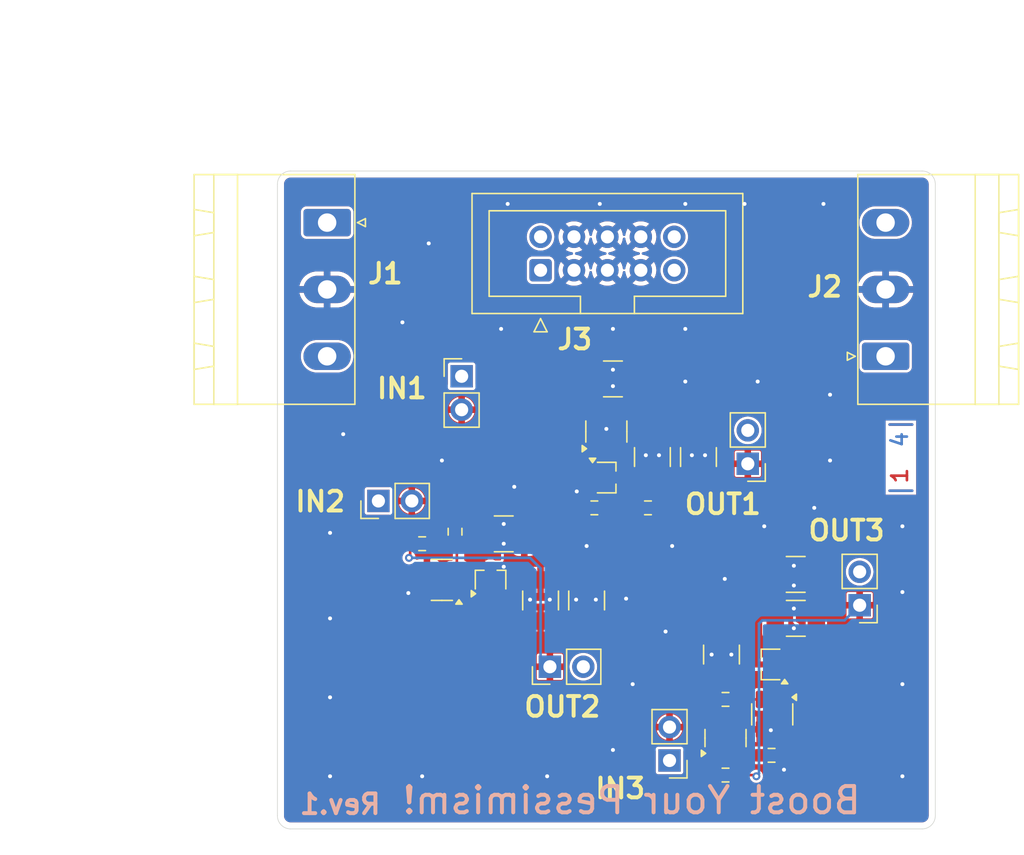
<source format=kicad_pcb>
(kicad_pcb
	(version 20240108)
	(generator "pcbnew")
	(generator_version "8.0")
	(general
		(thickness 1.6)
		(legacy_teardrops no)
	)
	(paper "A4")
	(layers
		(0 "F.Cu" signal)
		(1 "In1.Cu" signal)
		(2 "In2.Cu" signal)
		(31 "B.Cu" signal)
		(32 "B.Adhes" user "B.Adhesive")
		(33 "F.Adhes" user "F.Adhesive")
		(34 "B.Paste" user)
		(35 "F.Paste" user)
		(36 "B.SilkS" user "B.Silkscreen")
		(37 "F.SilkS" user "F.Silkscreen")
		(38 "B.Mask" user)
		(39 "F.Mask" user)
		(40 "Dwgs.User" user "User.Drawings")
		(41 "Cmts.User" user "User.Comments")
		(42 "Eco1.User" user "User.Eco1")
		(43 "Eco2.User" user "User.Eco2")
		(44 "Edge.Cuts" user)
		(45 "Margin" user)
		(46 "B.CrtYd" user "B.Courtyard")
		(47 "F.CrtYd" user "F.Courtyard")
		(48 "B.Fab" user)
		(49 "F.Fab" user)
		(50 "User.1" user)
		(51 "User.2" user)
		(52 "User.3" user)
		(53 "User.4" user)
		(54 "User.5" user)
		(55 "User.6" user)
		(56 "User.7" user)
		(57 "User.8" user)
		(58 "User.9" user)
	)
	(setup
		(stackup
			(layer "F.SilkS"
				(type "Top Silk Screen")
			)
			(layer "F.Paste"
				(type "Top Solder Paste")
			)
			(layer "F.Mask"
				(type "Top Solder Mask")
				(thickness 0.01)
			)
			(layer "F.Cu"
				(type "copper")
				(thickness 0.035)
			)
			(layer "dielectric 1"
				(type "prepreg")
				(thickness 0.1)
				(material "FR4")
				(epsilon_r 4.5)
				(loss_tangent 0.02)
			)
			(layer "In1.Cu"
				(type "copper")
				(thickness 0.035)
			)
			(layer "dielectric 2"
				(type "core")
				(thickness 1.24)
				(material "FR4")
				(epsilon_r 4.5)
				(loss_tangent 0.02)
			)
			(layer "In2.Cu"
				(type "copper")
				(thickness 0.035)
			)
			(layer "dielectric 3"
				(type "prepreg")
				(thickness 0.1)
				(material "FR4")
				(epsilon_r 4.5)
				(loss_tangent 0.02)
			)
			(layer "B.Cu"
				(type "copper")
				(thickness 0.035)
			)
			(layer "B.Mask"
				(type "Bottom Solder Mask")
				(thickness 0.01)
			)
			(layer "B.Paste"
				(type "Bottom Solder Paste")
			)
			(layer "B.SilkS"
				(type "Bottom Silk Screen")
			)
			(copper_finish "None")
			(dielectric_constraints no)
		)
		(pad_to_mask_clearance 0.05)
		(solder_mask_min_width 0.1)
		(allow_soldermask_bridges_in_footprints no)
		(grid_origin 75 100)
		(pcbplotparams
			(layerselection 0x00610f0_ffffffff)
			(plot_on_all_layers_selection 0x0000000_00000000)
			(disableapertmacros no)
			(usegerberextensions no)
			(usegerberattributes yes)
			(usegerberadvancedattributes yes)
			(creategerberjobfile yes)
			(dashed_line_dash_ratio 12.000000)
			(dashed_line_gap_ratio 3.000000)
			(svgprecision 4)
			(plotframeref no)
			(viasonmask yes)
			(mode 1)
			(useauxorigin no)
			(hpglpennumber 1)
			(hpglpenspeed 20)
			(hpglpendiameter 15.000000)
			(pdf_front_fp_property_popups yes)
			(pdf_back_fp_property_popups yes)
			(dxfpolygonmode yes)
			(dxfimperialunits yes)
			(dxfusepcbnewfont yes)
			(psnegative no)
			(psa4output no)
			(plotreference yes)
			(plotvalue yes)
			(plotfptext yes)
			(plotinvisibletext no)
			(sketchpadsonfab no)
			(subtractmaskfromsilk no)
			(outputformat 1)
			(mirror no)
			(drillshape 0)
			(scaleselection 1)
			(outputdirectory "production files/")
		)
	)
	(net 0 "")
	(net 1 "/In1")
	(net 2 "GND")
	(net 3 "/OUT1")
	(net 4 "/IN2")
	(net 5 "/OUT2")
	(net 6 "/IN3")
	(net 7 "/OUT3")
	(net 8 "/SW1")
	(net 9 "unconnected-(D1-NC-Pad2)")
	(net 10 "/SW2")
	(net 11 "unconnected-(D2-NC-Pad2)")
	(net 12 "/SW3")
	(net 13 "unconnected-(D3-NC-Pad2)")
	(net 14 "/V-in")
	(net 15 "/V+in")
	(net 16 "Net-(J2-Pin_1)")
	(net 17 "Net-(J2-Pin_3)")
	(net 18 "/FB3")
	(net 19 "/FB_HIGH3")
	(net 20 "/FB1")
	(net 21 "/FB2")
	(net 22 "Net-(Q1-B)")
	(footprint "byp-lib:BWVS00606045" (layer "F.Cu") (at 94.5 68.65 -90))
	(footprint "Capacitor_SMD:C_1210_3225Metric_Pad1.33x2.70mm_HandSolder" (layer "F.Cu") (at 107 71.7375 90))
	(footprint "Resistor_SMD:R_0603_1608Metric_Pad0.98x0.95mm_HandSolder" (layer "F.Cu") (at 88.5 77.4125 90))
	(footprint "Resistor_SMD:R_0603_1608Metric_Pad0.98x0.95mm_HandSolder" (layer "F.Cu") (at 86 78.325))
	(footprint "Connector_PinHeader_2.54mm:PinHeader_1x02_P2.54mm_Vertical" (layer "F.Cu") (at 82.675 75.075 90))
	(footprint "Connector_PinHeader_2.54mm:PinHeader_1x02_P2.54mm_Vertical" (layer "F.Cu") (at 110.75 72.25 180))
	(footprint "byp-lib:BWVS00606045" (layer "F.Cu") (at 117.75 89 90))
	(footprint "Package_TO_SOT_SMD:SOT-23-5" (layer "F.Cu") (at 100 69.8 90))
	(footprint "Connector_PinHeader_2.54mm:PinHeader_1x02_P2.54mm_Vertical" (layer "F.Cu") (at 89 65.6))
	(footprint "Resistor_SMD:R_0603_1608Metric_Pad0.98x0.95mm_HandSolder" (layer "F.Cu") (at 99.0875 75.6 180))
	(footprint "Package_TO_SOT_SMD:SOT-323_SC-70" (layer "F.Cu") (at 100 73.3))
	(footprint "Capacitor_SMD:C_1210_3225Metric_Pad1.33x2.70mm_HandSolder" (layer "F.Cu") (at 95 82.6375 -90))
	(footprint "Capacitor_SMD:C_1210_3225Metric_Pad1.33x2.70mm_HandSolder" (layer "F.Cu") (at 103.5 71.7375 90))
	(footprint "Capacitor_SMD:C_1210_3225Metric_Pad1.33x2.70mm_HandSolder" (layer "F.Cu") (at 100.5 65.8))
	(footprint "Resistor_SMD:R_0603_1608Metric_Pad0.98x0.95mm_HandSolder" (layer "F.Cu") (at 112.556277 94.407939 180))
	(footprint "Connector_Phoenix_MSTB:PhoenixContact_MSTBA_2,5_3-G-5,08_1x03_P5.08mm_Horizontal" (layer "F.Cu") (at 78.7775 53.92 -90))
	(footprint "Connector_IDC:IDC-Header_2x05_P2.54mm_Vertical" (layer "F.Cu") (at 95 57.54 90))
	(footprint "Resistor_SMD:R_0603_1608Metric_Pad0.98x0.95mm_HandSolder" (layer "F.Cu") (at 109.056277 95.907939 180))
	(footprint "Resistor_SMD:R_0603_1608Metric_Pad0.98x0.95mm_HandSolder" (layer "F.Cu") (at 109.056277 90.157939 180))
	(footprint "byp-lib:BWVS00606045" (layer "F.Cu") (at 90 86.325))
	(footprint "Package_TO_SOT_SMD:SOT-323_SC-70" (layer "F.Cu") (at 91.2 81.075 90))
	(footprint "Capacitor_SMD:C_1210_3225Metric_Pad1.33x2.70mm_HandSolder" (layer "F.Cu") (at 114.397738 83.997744))
	(footprint "Connector_PinHeader_2.54mm:PinHeader_1x02_P2.54mm_Vertical" (layer "F.Cu") (at 119.25 83 180))
	(footprint "Connector_PinHeader_2.54mm:PinHeader_1x02_P2.54mm_Vertical" (layer "F.Cu") (at 95.71 87.675 90))
	(footprint "Capacitor_SMD:C_1210_3225Metric_Pad1.33x2.70mm_HandSolder" (layer "F.Cu") (at 98.5 82.6375 -90))
	(footprint "Capacitor_SMD:C_1210_3225Metric_Pad1.33x2.70mm_HandSolder" (layer "F.Cu") (at 108.75 86.75 -90))
	(footprint "Package_TO_SOT_SMD:SOT-23-5" (layer "F.Cu") (at 112.606277 91.295439 -90))
	(footprint "Resistor_SMD:R_0603_1608Metric_Pad0.98x0.95mm_HandSolder" (layer "F.Cu") (at 103.1625 75.6 180))
	(footprint "Capacitor_SMD:C_1210_3225Metric_Pad1.33x2.70mm_HandSolder" (layer "F.Cu") (at 114.390361 80.65856))
	(footprint "Connector_PinHeader_2.54mm:PinHeader_1x02_P2.54mm_Vertical" (layer "F.Cu") (at 104.8 94.8 180))
	(footprint "Package_TO_SOT_SMD:SOT-323_SC-70" (layer "F.Cu") (at 112.5 87.5 180))
	(footprint "Connector_Phoenix_MSTB:PhoenixContact_MSTBA_2,5_3-G-5,08_1x03_P5.08mm_Horizontal" (layer "F.Cu") (at 121.2225 64.08 90))
	(footprint "Package_TO_SOT_SMD:SOT-23-5" (layer "F.Cu") (at 87.5 81.075 180))
	(footprint "Package_TO_SOT_SMD:SOT-23" (layer "F.Cu") (at 109.056277 93.095439 90))
	(footprint "Capacitor_SMD:C_1210_3225Metric_Pad1.33x2.70mm_HandSolder" (layer "F.Cu") (at 92.2 77.575 180))
	(gr_rect
		(start 121.2 68.8)
		(end 123.6 74.8)
		(stroke
			(width 0.1)
			(type solid)
		)
		(fill solid)
		(layer "B.Mask")
		(uuid "74b81c7b-392f-4591-9ac9-ff8042191a2e")
	)
	(gr_rect
		(start 117.8 68.4)
		(end 120.2 74.6)
		(stroke
			(width 0.1)
			(type solid)
		)
		(fill solid)
		(layer "F.Mask")
		(uuid "a1599605-42f2-4aca-827e-9d422b1d04a8")
	)
	(gr_rect
		(start 121.2 68.8)
		(end 123.6 74.8)
		(stroke
			(width 0.1)
			(type solid)
		)
		(fill solid)
		(layer "F.Mask")
		(uuid "da6aefcd-adfb-4e70-bd1a-5f2e5b273915")
	)
	(gr_line
		(start 76 50)
		(end 124 50)
		(locked yes)
		(stroke
			(width 0.05)
			(type default)
		)
		(layer "Edge.Cuts")
		(uuid "27b510a8-5a35-4780-8bc6-0b8039ab2269")
	)
	(gr_arc
		(start 76 100)
		(mid 75.292893 99.707107)
		(end 75 99)
		(locked yes)
		(stroke
			(width 0.05)
			(type default)
		)
		(layer "Edge.Cuts")
		(uuid "2926550a-ab36-46a6-bddb-5e59f77f1bf1")
	)
	(gr_arc
		(start 75 51)
		(mid 75.292893 50.292893)
		(end 76 50)
		(locked yes)
		(stroke
			(width 0.05)
			(type default)
		)
		(layer "Edge.Cuts")
		(uuid "5b5dcc8f-3819-4e93-87d8-14422b7cf966")
	)
	(gr_arc
		(start 125 99)
		(mid 124.707107 99.707107)
		(end 124 100)
		(locked yes)
		(stroke
			(width 0.05)
			(type default)
		)
		(layer "Edge.Cuts")
		(uuid "60652fe9-3ec5-4681-b5d4-9d936a8aba08")
	)
	(gr_line
		(start 124 100)
		(end 76 100)
		(locked yes)
		(stroke
			(width 0.05)
			(type default)
		)
		(layer "Edge.Cuts")
		(uuid "6f83613d-5d6b-42d5-a90c-c233a12c673f")
	)
	(gr_line
		(start 125 51)
		(end 125 99)
		(locked yes)
		(stroke
			(width 0.05)
			(type default)
		)
		(layer "Edge.Cuts")
		(uuid "9082957f-ff40-415d-ba12-b4a99302cab9")
	)
	(gr_arc
		(start 124 50)
		(mid 124.707107 50.292893)
		(end 125 51)
		(locked yes)
		(stroke
			(width 0.05)
			(type default)
		)
		(layer "Edge.Cuts")
		(uuid "a77b9d8a-1c74-4184-b386-c1f84ffeaadd")
	)
	(gr_line
		(start 75 99)
		(end 75 51)
		(locked yes)
		(stroke
			(width 0.05)
			(type default)
		)
		(layer "Edge.Cuts")
		(uuid "afb774ac-91d4-4857-aba4-924b0fe488f6")
	)
	(gr_text "Rev.1"
		(at 118.2 74.8 90)
		(layer "F.Cu")
		(uuid "34795133-8f9e-4fa2-ac97-7188bf3d8d95")
		(effects
			(font
				(size 1.5 1.5)
				(thickness 0.3)
				(bold yes)
			)
			(justify left top)
		)
	)
	(gr_text "|1   |"
		(at 123 75 90)
		(layer "F.Cu")
		(uuid "cb5426c8-e7d6-494d-9d19-a09b11f995cf")
		(effects
			(font
				(size 1.2 1.2)
				(thickness 0.2)
				(bold yes)
			)
			(justify left bottom)
		)
	)
	(gr_text "| 2  |"
		(at 123 75 90)
		(layer "In1.Cu")
		(uuid "dee87f40-bea2-467a-89c5-ed7028e8e8d9")
		(effects
			(font
				(size 1.2 1.2)
				(thickness 0.2)
				(bold yes)
			)
			(justify left bottom)
		)
	)
	(gr_text "|  3 |"
		(at 123 75 90)
		(layer "In2.Cu")
		(uuid "0357b60c-de70-4660-b1e1-29a970744299")
		(effects
			(font
				(size 1.2 1.2)
				(thickness 0.2)
				(bold yes)
			)
			(justify left bottom)
		)
	)
	(gr_text "|   4|"
		(at 123 75 90)
		(layer "B.Cu")
		(uuid "4c53279d-36a2-4dc8-8719-e0ac5daae19e")
		(effects
			(font
				(size 1.2 1.2)
				(thickness 0.2)
				(bold yes)
			)
			(justify left bottom)
		)
	)
	(gr_text "Boost Your Pessimism!"
		(at 119.5 99 0)
		(layer "B.SilkS")
		(uuid "8dfc1b2a-ea6e-4530-ac98-14f690387325")
		(effects
			(font
				(size 2 2)
				(thickness 0.3)
			)
			(justify left bottom mirror)
		)
	)
	(gr_text "Rev.1"
		(at 83 99 0)
		(layer "B.SilkS")
		(uuid "c9dbd26a-1e59-4265-bd91-5ce0c75acaeb")
		(effects
			(font
				(size 1.5 1.5)
				(thickness 0.3)
				(bold yes)
			)
			(justify left bottom mirror)
		)
	)
	(gr_text "OUT3"
		(at 115.2 78.2 0)
		(layer "F.SilkS")
		(uuid "4b706137-22a1-4104-8c69-32ebd60ad95e")
		(effects
			(font
				(size 1.5 1.5)
				(thickness 0.3)
				(bold yes)
			)
			(justify left bottom)
		)
	)
	(gr_text "IN3"
		(at 99 97.8 0)
		(layer "F.SilkS")
		(uuid "5b5bdbcd-f6bf-4fde-b47b-26193c401ac2")
		(effects
			(font
				(size 1.5 1.5)
				(thickness 0.3)
				(bold yes)
			)
			(justify left bottom)
		)
	)
	(gr_text "OUT2"
		(at 93.6 91.6 0)
		(layer "F.SilkS")
		(uuid "8d0447d5-7b9e-48ab-b874-7c0055c36447")
		(effects
			(font
				(size 1.5 1.5)
				(thickness 0.3)
				(bold yes)
			)
			(justify left bottom)
		)
	)
	(gr_text "OUT1"
		(at 105.8 76.2 0)
		(layer "F.SilkS")
		(uuid "916508c6-cd1f-47c2-9ff5-ca1737bbeba4")
		(effects
			(font
				(size 1.5 1.5)
				(thickness 0.3)
				(bold yes)
			)
			(justify left bottom)
		)
	)
	(gr_text "IN1"
		(at 82.4 67.4 0)
		(layer "F.SilkS")
		(uuid "95d85893-a564-45f3-b450-dadff4fc08ef")
		(effects
			(font
				(size 1.5 1.5)
				(thickness 0.3)
				(bold yes)
			)
			(justify left bottom)
		)
	)
	(gr_text "IN2"
		(at 76.2 76 0)
		(layer "F.SilkS")
		(uuid "fa8dedd9-8aa9-4fbd-9525-2ba779cded53")
		(effects
			(font
				(size 1.5 1.5)
				(thickness 0.3)
				(bold yes)
			)
			(justify left bottom)
		)
	)
	(dimension
		(type aligned)
		(layer "User.1")
		(uuid "5e510d19-2a38-4c76-876d-d8602ff733f6")
		(pts
			(xy 76 50) (xy 76 100)
		)
		(height 15.999999)
		(gr_text "50,0000 mm"
			(at 58.850001 75 90)
			(layer "User.1")
			(uuid "5e510d19-2a38-4c76-876d-d8602ff733f6")
			(effects
				(font
					(size 1 1)
					(thickness 0.15)
				)
			)
		)
		(format
			(prefix "")
			(suffix "")
			(units 3)
			(units_format 1)
			(precision 4)
		)
		(style
			(thickness 0.1)
			(arrow_length 1.27)
			(text_position_mode 0)
			(extension_height 0.58642)
			(extension_offset 0.5) keep_text_aligned)
	)
	(dimension
		(type aligned)
		(layer "User.1")
		(uuid "fbf8a477-3c67-4cc4-ac07-ed7cdf9404f7")
		(pts
			(xy 75 51) (xy 125 51)
		)
		(height -12)
		(gr_text "50,0000 mm"
			(at 100 37.85 0)
			(layer "User.1")
			(uuid "fbf8a477-3c67-4cc4-ac07-ed7cdf9404f7")
			(effects
				(font
					(size 1 1)
					(thickness 0.15)
				)
			)
		)
		(format
			(prefix "")
			(suffix "")
			(units 3)
			(units_format 1)
			(precision 4)
		)
		(style
			(thickness 0.1)
			(arrow_length 1.27)
			(text_position_mode 0)
			(extension_height 0.58642)
			(extension_offset 0.5) keep_text_aligned)
	)
	(via
		(at 117 67)
		(size 0.6)
		(drill 0.3)
		(layers "F.Cu" "B.Cu")
		(free yes)
		(net 2)
		(uuid "0046ec1b-35ea-45b9-9958-7a8a38b485ff")
	)
	(via
		(at 99.5 52.5)
		(size 0.6)
		(drill 0.3)
		(layers "F.Cu" "B.Cu")
		(free yes)
		(net 2)
		(uuid "007b6a34-be7c-4a92-9c18-be8a90c15c83")
	)
	(via
		(at 100 69.6)
		(size 0.6)
		(drill 0.3)
		(layers "F.Cu" "B.Cu")
		(free yes)
		(net 2)
		(uuid "0095b25f-2895-4cc0-ba0d-7b10b331230c")
	)
	(via
		(at 109.5 86.75)
		(size 0.6)
		(drill 0.3)
		(layers "F.Cu" "B.Cu")
		(free yes)
		(net 2)
		(uuid "03d83c65-dcaa-43cb-9f39-6c6f5234d73e")
	)
	(via
		(at 100.5 66.35)
		(size 0.6)
		(drill 0.3)
		(layers "F.Cu" "B.Cu")
		(free yes)
		(net 2)
		(uuid "09e2d163-8f6a-4251-a8d7-5e7728fe9577")
	)
	(via
		(at 86.5 55.5)
		(size 0.6)
		(drill 0.3)
		(layers "F.Cu" "B.Cu")
		(free yes)
		(net 2)
		(uuid "0e739bd8-8cad-40cb-a13f-7159ff3627a3")
	)
	(via
		(at 97.7 82.575)
		(size 0.6)
		(drill 0.3)
		(layers "F.Cu" "B.Cu")
		(free yes)
		(net 2)
		(uuid "0efb9ed1-9d18-4c9a-9572-43e9211e975a")
	)
	(via
		(at 93 74)
		(size 0.6)
		(drill 0.3)
		(layers "F.Cu" "B.Cu")
		(free yes)
		(net 2)
		(uuid "124b8cb7-1cc5-4b2e-b97c-50b9dd9b5a13")
	)
	(via
		(at 92.2 78.325)
		(size 0.6)
		(drill 0.3)
		(layers "F.Cu" "B.Cu")
		(free yes)
		(net 2)
		(uuid "150956eb-dc22-4b31-9dfa-a1bff185759d")
	)
	(via
		(at 122.5 89)
		(size 0.6)
		(drill 0.3)
		(layers "F.Cu" "B.Cu")
		(free yes)
		(net 2)
		(uuid "177ab206-9bcc-4875-a850-5ccd29476103")
	)
	(via
		(at 122.5 82)
		(size 0.6)
		(drill 0.3)
		(layers "F.Cu" "B.Cu")
		(free yes)
		(net 2)
		(uuid "1bc17d5c-12b0-40fe-b0ab-2a4112d8fa1c")
	)
	(via
		(at 99.2 82.575)
		(size 0.6)
		(drill 0.3)
		(layers "F.Cu" "B.Cu")
		(free yes)
		(net 2)
		(uuid "1e18d8b2-6a6f-4748-90dd-19291136fd49")
	)
	(via
		(at 115.8 75.6)
		(size 0.6)
		(drill 0.3)
		(layers "F.Cu" "B.Cu")
		(free yes)
		(net 2)
		(uuid "20a6375d-4493-4512-963c-fb92728766df")
	)
	(via
		(at 105 78.5)
		(size 0.6)
		(drill 0.3)
		(layers "F.Cu" "B.Cu")
		(free yes)
		(net 2)
		(uuid "221c5b84-777b-4280-8b40-55cafe2ef874")
	)
	(via
		(at 114.25 81.5)
		(size 0.6)
		(drill 0.3)
		(layers "F.Cu" "B.Cu")
		(free yes)
		(net 2)
		(uuid "2b75be5a-41de-4772-8123-b889ec0280f0")
	)
	(via
		(at 79 84)
		(size 0.6)
		(drill 0.3)
		(layers "F.Cu" "B.Cu")
		(free yes)
		(net 2)
		(uuid "2e0b7762-39de-4d56-92ce-ab4ab5693d55")
	)
	(via
		(at 108 86.75)
		(size 0.6)
		(drill 0.3)
		(layers "F.Cu" "B.Cu")
		(free yes)
		(net 2)
		(uuid "30a52ecc-42a0-4371-b532-729332591477")
	)
	(via
		(at 106 52.5)
		(size 0.6)
		(drill 0.3)
		(layers "F.Cu" "B.Cu")
		(free yes)
		(net 2)
		(uuid "31f7d8cb-62ff-4d11-b4ce-3fbe95465444")
	)
	(via
		(at 114.25 83.25)
		(size 0.6)
		(drill 0.3)
		(layers "F.Cu" "B.Cu")
		(free yes)
		(net 2)
		(uuid "3573c2af-d207-46bb-b932-2782344acac5")
	)
	(via
		(at 112.5 92.5)
		(size 0.6)
		(drill 0.3)
		(layers "F.Cu" "B.Cu")
		(free yes)
		(net 2)
		(uuid "3871ee59-9967-4caf-a2be-3a53b03905b4")
	)
	(via
		(at 122.5 77)
		(size 0.6)
		(drill 0.3)
		(layers "F.Cu" "B.Cu")
		(free yes)
		(net 2)
		(uuid "3b380c72-79b2-47f7-88e5-c0d4e223e931")
	)
	(via
		(at 92.2 80.075)
		(size 0.6)
		(drill 0.3)
		(layers "F.Cu" "B.Cu")
		(free yes)
		(net 2)
		(uuid "3ecee66e-1aa3-4690-a053-1ba6b3a7e9bb")
	)
	(via
		(at 122.5 96)
		(size 0.6)
		(drill 0.3)
		(layers "F.Cu" "B.Cu")
		(free yes)
		(net 2)
		(uuid "3f3f0b41-6793-45d4-aa56-ffb77982e524")
	)
	(via
		(at 116.5 52.5)
		(size 0.6)
		(drill 0.3)
		(layers "F.Cu" "B.Cu")
		(free yes)
		(net 2)
		(uuid "405ffc13-e270-4739-b43e-e8ec00af5e2e")
	)
	(via
		(at 94.2 82.575)
		(size 0.6)
		(drill 0.3)
		(layers "F.Cu" "B.Cu")
		(free yes)
		(net 2)
		(uuid "468afa86-74f8-4baa-98b5-635b6e625428")
	)
	(via
		(at 100.5 94)
		(size 0.6)
		(drill 0.3)
		(layers "F.Cu" "B.Cu")
		(free yes)
		(net 2)
		(uuid "4df5c492-8e8a-4da6-ab1b-4b3a8295acdb")
	)
	(via
		(at 84.5 61.5)
		(size 0.6)
		(drill 0.3)
		(layers "F.Cu" "B.Cu")
		(free yes)
		(net 2)
		(uuid "522195d0-b5b2-4d87-87df-548203546a80")
	)
	(via
		(at 114.25 80)
		(size 0.6)
		(drill 0.3)
		(layers "F.Cu" "B.Cu")
		(free yes)
		(net 2)
		(uuid "527125ae-cab5-4f1d-8abc-14d04f0977bd")
	)
	(via
		(at 92.2 76.825)
		(size 0.6)
		(drill 0.3)
		(layers "F.Cu" "B.Cu")
		(free yes)
		(net 2)
		(uuid "528ce57f-a6fc-484a-8550-0e2eca110d82")
	)
	(via
		(at 106 62)
		(size 0.6)
		(drill 0.3)
		(layers "F.Cu" "B.Cu")
		(free yes)
		(net 2)
		(uuid "56ad8606-349c-4f44-abf8-fc3f151a3a86")
	)
	(via
		(at 79 96)
		(size 0.6)
		(drill 0.3)
		(layers "F.Cu" "B.Cu")
		(free yes)
		(net 2)
		(uuid "5cdf626f-0370-40ba-a2a3-af85874d2273")
	)
	(via
		(at 113.5 95.5)
		(size 0.6)
		(drill 0.3)
		(layers "F.Cu" "B.Cu")
		(free yes)
		(net 2)
		(uuid "653e08de-e6ed-4cb1-a48d-0b28c12d23ba")
	)
	(via
		(at 95.5 96)
		(size 0.6)
		(drill 0.3)
		(layers "F.Cu" "B.Cu")
		(free yes)
		(net 2)
		(uuid "68075ec0-1658-4142-886e-40cacc94a18b")
	)
	(via
		(at 109 81)
		(size 0.6)
		(drill 0.3)
		(layers "F.Cu" "B.Cu")
		(free yes)
		(net 2)
		(uuid "713c4c3c-0417-4cee-88b2-5177d08c7fbf")
	)
	(via
		(at 114.25 84.75)
		(size 0.6)
		(drill 0.3)
		(layers "F.Cu" "B.Cu")
		(free yes)
		(net 2)
		(uuid "71757787-4220-4b86-a584-ee50c7d26db1")
	)
	(via
		(at 100.5 65.1)
		(size 0.6)
		(drill 0.3)
		(layers "F.Cu" "B.Cu")
		(free yes)
		(net 2)
		(uuid "7672b176-9c8b-426e-9a39-05d1e840f94a")
	)
	(via
		(at 92.5 52.5)
		(size 0.6)
		(drill 0.3)
		(layers "F.Cu" "B.Cu")
		(free yes)
		(net 2)
		(uuid "89d6d0c1-7e98-406b-922f-883469f33d02")
	)
	(via
		(at 103 71.6)
		(size 0.6)
		(drill 0.3)
		(layers "F.Cu" "B.Cu")
		(free yes)
		(net 2)
		(uuid "8e9c4903-effc-4027-882b-171c5f1f4f01")
	)
	(via
		(at 100.5 62)
		(size 0.6)
		(drill 0.3)
		(layers "F.Cu" "B.Cu")
		(free yes)
		(net 2)
		(uuid "9330fae9-5dc2-445a-9b59-b61824b511ab")
	)
	(via
		(at 106 66)
		(size 0.6)
		(drill 0.3)
		(layers "F.Cu" "B.Cu")
		(free yes)
		(net 2)
		(uuid "93505ac2-89a9-4219-9f67-23da25d156b6")
	)
	(via
		(at 107.5 71.6)
		(size 0.6)
		(drill 0.3)
		(layers "F.Cu" "B.Cu")
		(free yes)
		(net 2)
		(uuid "9392b5f2-de33-4fca-9f63-5a02fb1c9f90")
	)
	(via
		(at 112 77)
		(size 0.6)
		(drill 0.3)
		(layers "F.Cu" "B.Cu")
		(free yes)
		(net 2)
		(uuid "97ceb6f0-8d55-445c-8f66-8cf36aed4230")
	)
	(via
		(at 102 89)
		(size 0.6)
		(drill 0.3)
		(layers "F.Cu" "B.Cu")
		(free yes)
		(net 2)
		(uuid "99e51f3f-b7e0-43f4-8a72-40e9f760c303")
	)
	(via
		(at 104 71.6)
		(size 0.6)
		(drill 0.3)
		(layers "F.Cu" "B.Cu")
		(free yes)
		(net 2)
		(uuid "ab765ca4-1b79-441d-a8f9-dfe315642772")
	)
	(via
		(at 106.5 71.6)
		(size 0.6)
		(drill 0.3)
		(layers "F.Cu" "B.Cu")
		(free yes)
		(net 2)
		(uuid "addd5d33-7e05-4d92-836d-c09e85fdd9fa")
	)
	(via
		(at 110.5 52.5)
		(size 0.6)
		(drill 0.3)
		(layers "F.Cu" "B.Cu")
		(free yes)
		(net 2)
		(uuid "bec0a3bb-9ad8-4f90-ac0e-a57b1df758a3")
	)
	(via
		(at 98.5 78.5)
		(size 0.6)
		(drill 0.3)
		(layers "F.Cu" "B.Cu")
		(free yes)
		(net 2)
		(uuid "ca51be42-3d1d-492b-af5d-55709c2dd4a2")
	)
	(via
		(at 111.5 66)
		(size 0.6)
		(drill 0.3)
		(layers "F.Cu" "B.Cu")
		(free yes)
		(net 2)
		(uuid "cef328c3-0b95-430b-9278-cabba9aab939")
	)
	(via
		(at 87.5 72)
		(size 0.6)
		(drill 0.3)
		(layers "F.Cu" "B.Cu")
		(free yes)
		(net 2)
		(uuid "cf48683e-68fc-49e6-81cb-30722ce7b258")
	)
	(via
		(at 92 62)
		(size 0.6)
		(drill 0.3)
		(layers "F.Cu" "B.Cu")
		(free yes)
		(net 2)
		(uuid "d2edfc76-f5f4-4756-9a65-91e0bba1c544")
	)
	(via
		(at 79 77.5)
		(size 0.6)
		(drill 0.3)
		(layers "F.Cu" "B.Cu")
		(free yes)
		(net 2)
		(uuid "e2a735a7-1e34-4a89-a6ef-32d811c0ba8f")
	)
	(via
		(at 117 72)
		(size 0.6)
		(drill 0.3)
		(layers "F.Cu" "B.Cu")
		(free yes)
		(net 2)
		(uuid "e3d7389c-c7d4-4c07-aa8a-1649ee1cd8a2")
	)
	(via
		(at 97.75 74.35)
		(size 0.6)
		(drill 0.3)
		(layers "F.Cu" "B.Cu")
		(free yes)
		(net 2)
		(uuid "e45535ae-48f4-4bfa-b49d-45f40cd7926f")
	)
	(via
		(at 84.95 82.075)
		(size 0.6)
		(drill 0.3)
		(layers "F.Cu" "B.Cu")
		(free yes)
		(net 2)
		(uuid "e621f036-d93a-44a0-9982-255634ea6be9")
	)
	(via
		(at 101.5 82.5)
		(size 0.6)
		(drill 0.3)
		(layers "F.Cu" "B.Cu")
		(free yes)
		(net 2)
		(uuid "e7816132-e25f-450c-bfc5-1daff1a45074")
	)
	(via
		(at 79 90)
		(size 0.6)
		(drill 0.3)
		(layers "F.Cu" "B.Cu")
		(free yes)
		(net 2)
		(uuid "eb2b1b26-54ef-4911-a25e-6fb9ff9b51df")
	)
	(via
		(at 80 70)
		(size 0.6)
		(drill 0.3)
		(layers "F.Cu" "B.Cu")
		(free yes)
		(net 2)
		(uuid "ebcd77e7-1540-4772-a34b-091ce9bb7dd8")
	)
	(via
		(at 104.5 85)
		(size 0.6)
		(drill 0.3)
		(layers "F.Cu" "B.Cu")
		(free yes)
		(net 2)
		(uuid "f3bb65d3-b6ec-47c9-b726-1a555bf600e4")
	)
	(via
		(at 86 96)
		(size 0.6)
		(drill 0.3)
		(layers "F.Cu" "B.Cu")
		(free yes)
		(net 2)
		(uuid "f7bc4632-ba51-4d36-bca4-b88eff914d67")
	)
	(via
		(at 95.7 82.575)
		(size 0.6)
		(drill 0.3)
		(layers "F.Cu" "B.Cu")
		(free yes)
		(net 2)
		(uuid "fff2e9b7-8a0a-470b-a028-e3a7f3a6c216")
	)
	(segment
		(start 85.0875 79.3125)
		(end 85 79.4)
		(width 0.2)
		(layer "F.Cu")
		(net 5)
		(uuid "2b6b3d8f-7ed3-4309-9120-aa8914fa189d")
	)
	(segment
		(start 85.0875 78.325)
		(end 85.0875 79.3125)
		(width 0.2)
		(layer "F.Cu")
		(net 5)
		(uuid "ac78a45e-8d90-4507-b637-693c6a299101")
	)
	(via
		(at 85 79.4)
		(size 0.6)
		(drill 0.3)
		(layers "F.Cu" "B.Cu")
		(net 5)
		(uuid "0ff9722b-d3c5-416b-8732-ce1a1a049dff")
	)
	(segment
		(start 95 80.2)
		(end 95 86.965)
		(width 0.2)
		(layer "B.Cu")
		(net 5)
		(uuid "47044d23-a931-4169-b2bd-3a9b9d13ced7")
	)
	(segment
		(start 85 79.4)
		(end 94.2 79.4)
		(width 0.2)
		(layer "B.Cu")
		(net 5)
		(uuid "714774d4-cc59-4871-af02-e30e61d3d260")
	)
	(segment
		(start 94.2 79.4)
		(end 95 80.2)
		(width 0.2)
		(layer "B.Cu")
		(net 5)
		(uuid "8b4a651a-a396-4540-875d-8bdfe8417dba")
	)
	(segment
		(start 95 86.965)
		(end 95.71 87.675)
		(width 0.2)
		(layer "B.Cu")
		(net 5)
		(uuid "ef0d42a8-189c-44d4-91c6-1e470f7c26f1")
	)
	(segment
		(start 109.968777 95.907939)
		(end 111.307939 95.907939)
		(width 0.2)
		(layer "F.Cu")
		(net 7)
		(uuid "a837d30b-abc5-4a3b-8d36-7378403e840c")
	)
	(segment
		(start 111.307939 95.907939)
		(end 111.4 96)
		(width 0.2)
		(layer "F.Cu")
		(net 7)
		(uuid "bd786682-0141-437e-96cc-7e31e35d568e")
	)
	(via
		(at 111.4 96)
		(size 0.6)
		(drill 0.3)
		(layers "F.Cu" "B.Cu")
		(net 7)
		(uuid "94ed6819-7f69-4005-8841-7173ca69cb63")
	)
	(segment
		(start 111.6 95.8)
		(end 111.6 84.4)
		(width 0.2)
		(layer "B.Cu")
		(net 7)
		(uuid "2ad2340b-8e30-47af-ba42-28c4b95c3cda")
	)
	(segment
		(start 111.6 84.4)
		(end 111.85 84.15)
		(width 0.2)
		(layer "B.Cu")
		(net 7)
		(uuid "80e95da4-886e-4af5-b708-a6bf236b5874")
	)
	(segment
		(start 111.4 96)
		(end 111.6 95.8)
		(width 0.2)
		(layer "B.Cu")
		(net 7)
		(uuid "d0c0d52a-124c-4293-8157-b42969fc9c5a")
	)
	(segment
		(start 118.1 84.15)
		(end 119.25 83)
		(width 0.2)
		(layer "B.Cu")
		(net 7)
		(uuid "f53599b6-eebe-4f97-988c-47b4c74b7884")
	)
	(segment
		(start 111.85 84.15)
		(end 118.1 84.15)
		(width 0.2)
		(layer "B.Cu")
		(net 7)
		(uuid "fbb973de-d0ff-4d97-9106-b63d9bf30724")
	)
	(segment
		(start 109.968777 91.831223)
		(end 109.642061 92.157939)
		(width 0.2)
		(layer "F.Cu")
		(net 18)
		(uuid "0e3db165-8258-436f-8810-36810453a43b")
	)
	(segment
		(start 109.642061 92.157939)
		(end 109.056277 92.157939)
		(width 0.2)
		(layer "F.Cu")
		(net 18)
		(uuid "314cbf29-825c-4edc-b306-8659954b56df")
	)
	(segment
		(start 109.968777 90.157939)
		(end 109.968777 91.831223)
		(width 0.2)
		(layer "F.Cu")
		(net 18)
		(uuid "3af174c5-f69d-42d6-ab3f-fa690f7e0ced")
	)
	(segment
		(start 111.656277 90.157939)
		(end 109.968777 90.157939)
		(width 0.2)
		(layer "F.Cu")
		(net 18)
		(uuid "c3f9cdd0-12d5-4b6b-b663-215ead4de5d3")
	)
	(segment
		(start 111.643777 94.407939)
		(end 111.007939 94.407939)
		(width 0.2)
		(layer "F.Cu")
		(net 19)
		(uuid "5c4e8027-39cd-4718-859f-ea9f1507232a")
	)
	(segment
		
... [411559 chars truncated]
</source>
